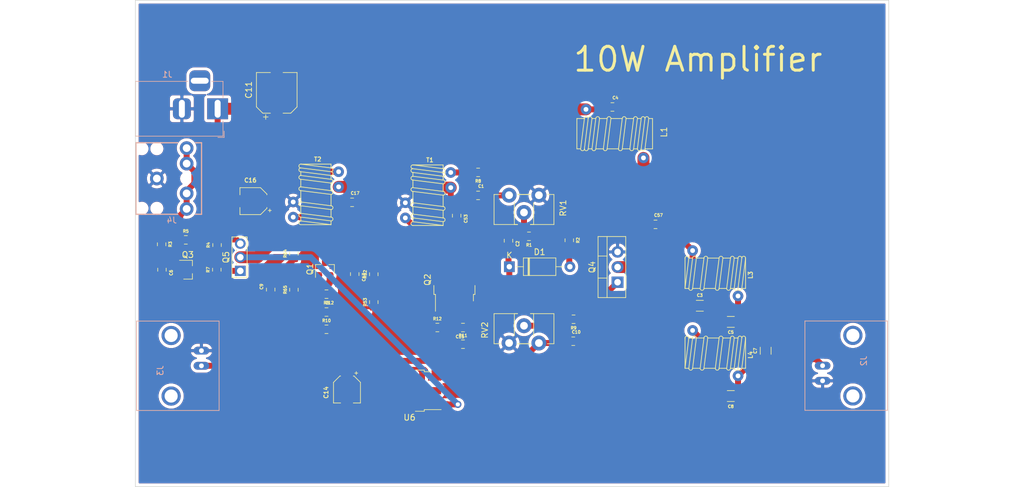
<source format=kicad_pcb>
(kicad_pcb (version 20171130) (host pcbnew "(5.1.5)-3")
  (layers (0 F.Cu signal) (31 B.Cu signal) (34 B.Paste user) (35 F.Paste user) (36 B.SilkS user) (37 F.SilkS user) (38 B.Mask user) (39 F.Mask user) (44 Edge.Cuts user))
  (net 0 "")
  (net 1 GND)
  (net 2 "Net-(C3-Pad1)")
  (net 3 "Net-(C5-Pad1)")
  (net 4 +12V)
  (net 5 "Net-(C7-Pad1)")
  (net 6 "Net-(C9-Pad2)")
  (net 7 "Net-(C9-Pad1)")
  (net 8 +5V)
  (net 9 "Net-(C57-Pad1)")
  (net 10 "Net-(C1-Pad2)")
  (net 11 "Net-(C1-Pad1)")
  (net 12 "Net-(C2-Pad2)")
  (net 13 "Net-(C2-Pad1)")
  (net 14 "Net-(D1-Pad2)")
  (net 15 "Net-(C6-Pad1)")
  (net 16 "Net-(Q3-Pad3)")
  (net 17 "Net-(Q5-Pad1)")
  (net 18 "Net-(J4-PadRING)")
  (net 19 12V-On)
  (net 20 "Net-(R9-Pad1)")
  (net 21 "Net-(C12-Pad2)")
  (net 22 "Net-(C12-Pad1)")
  (net 23 "Net-(C13-Pad2)")
  (net 24 "Net-(C13-Pad1)")
  (net 25 "Net-(C15-Pad2)")
  (net 26 "Net-(C15-Pad1)")
  (net 27 "Net-(Q1-Pad3)")
  (net 28 "Net-(Q2-Pad2)")
  (module "Xenir:Capacitor 0805" (layer F.Cu) (at 111.9625 51.16)
    (fp_text reference C17 (at 0.5 1) (layer F.SilkS) (effects (font (size 0.5 0.5) (thickness 0.125))))
    (fp_text value .1uF)
    (pad 2 smd roundrect (at 0.9375 2.54) (size 0.975 1.4) (layers F.Cu F.Paste F.Mask) (net 1 GND))
    (pad 1 smd roundrect (at -0.9375 2.54) (size 0.975 1.4) (layers F.Cu F.Paste F.Mask) (net 19 12V-On))
  )
  (module Xenir:Cap_4x5.4 (layer F.Cu) (at 95.4 54 180)
    (fp_text reference C16 (at 0.5 4) (layer F.SilkS) (effects (font (size 0.7 0.7))))
    (fp_text value 22uF)
    (pad 2 smd roundrect (at 1.8 0.5 180) (size 2.6 1.6) (layers F.Cu F.Paste F.Mask) (roundrect_rratio 0.15625) (net 1 GND))
    (pad 1 smd roundrect (at -1.8 0.5 180) (size 2.6 1.6) (layers F.Cu F.Paste F.Mask) (roundrect_rratio 0.15625) (net 19 12V-On))
  )
  (module "Xenir:Resistor 0805" (layer F.Cu) (at 91.8 65 270)
    (fp_text reference R7 (at 0 4 90) (layer F.SilkS) (effects (font (size 0.5 0.5) (thickness 0.125))))
    (fp_text value 10k)
    (pad 2 smd roundrect (at 0.9375 2.54 270) (size 0.975 1.4) (layers F.Cu F.Paste F.Mask) (net 16 "Net-(Q3-Pad3)"))
    (pad 1 smd roundrect (at -0.9375 2.54 270) (size 0.975 1.4) (layers F.Cu F.Paste F.Mask) (net 17 "Net-(Q5-Pad1)"))
  )
  (module "Xenir:T37 Transformer" (layer F.Cu) (at 105.89 45.37)
    (fp_text reference T2 (at 0.3 1.1) (layer F.SilkS) (effects (font (size 0.7 0.7))))
    (fp_text value "T37-43 25T:8T")
    (pad C1B thru_hole circle (at 3.81 5.73) (size 1.778 1.778) (drill 0.8) (layers *.Cu *.Mask) (net 19 12V-On))
    (pad C1A thru_hole circle (at -3.81 10.81) (size 1.778 1.778) (drill 0.8) (layers *.Cu *.Mask) (net 27 "Net-(Q1-Pad3)"))
    (pad C2B thru_hole circle (at 3.81 3.19) (size 1.778 1.778) (drill 0.8) (layers *.Cu *.Mask) (net 24 "Net-(C13-Pad1)"))
    (pad C2A thru_hole circle (at -3.81 8.27) (size 1.778 1.778) (drill 0.8) (layers *.Cu *.Mask) (net 1 GND))
  )
  (module "Xenir:Resistor 0805" (layer F.Cu) (at 126.2625 77.24 180)
    (fp_text reference R12 (at 0 4) (layer F.SilkS) (effects (font (size 0.5 0.5) (thickness 0.125))))
    (fp_text value 18)
    (pad 2 smd roundrect (at 0.9375 2.54 180) (size 0.975 1.4) (layers F.Cu F.Paste F.Mask) (net 1 GND))
    (pad 1 smd roundrect (at -0.9375 2.54 180) (size 0.975 1.4) (layers F.Cu F.Paste F.Mask) (net 25 "Net-(C15-Pad2)"))
  )
  (module "Xenir:Resistor 0805" (layer F.Cu) (at 130.5625 80.04 180)
    (fp_text reference R11 (at 0 4) (layer F.SilkS) (effects (font (size 0.5 0.5) (thickness 0.125))))
    (fp_text value 18)
    (pad 2 smd roundrect (at 0.9375 2.54 180) (size 0.975 1.4) (layers F.Cu F.Paste F.Mask) (net 1 GND))
    (pad 1 smd roundrect (at -0.9375 2.54 180) (size 0.975 1.4) (layers F.Cu F.Paste F.Mask) (net 26 "Net-(C15-Pad1)"))
  )
  (module "Xenir:Resistor 0805" (layer F.Cu) (at 107.6625 77.54 180)
    (fp_text reference R10 (at 0 4) (layer F.SilkS) (effects (font (size 0.5 0.5) (thickness 0.125))))
    (fp_text value 62)
    (pad 2 smd roundrect (at 0.9375 2.54 180) (size 0.975 1.4) (layers F.Cu F.Paste F.Mask) (net 1 GND))
    (pad 1 smd roundrect (at -0.9375 2.54 180) (size 0.975 1.4) (layers F.Cu F.Paste F.Mask) (net 21 "Net-(C12-Pad2)"))
  )
  (module "Xenir:Capacitor 0805" (layer F.Cu) (at 130.5625 77.24 180)
    (fp_text reference C15 (at 0.5 1) (layer F.SilkS) (effects (font (size 0.5 0.5) (thickness 0.125))))
    (fp_text value .1uF)
    (pad 2 smd roundrect (at 0.9375 2.54 180) (size 0.975 1.4) (layers F.Cu F.Paste F.Mask) (net 25 "Net-(C15-Pad2)"))
    (pad 1 smd roundrect (at -0.9375 2.54 180) (size 0.975 1.4) (layers F.Cu F.Paste F.Mask) (net 26 "Net-(C15-Pad1)"))
  )
  (module "Xenir:Capacitor 0805" (layer F.Cu) (at 114.94 65.7375 270)
    (fp_text reference C13 (at 0.5 1 90) (layer F.SilkS) (effects (font (size 0.5 0.5) (thickness 0.125))))
    (fp_text value .1uF)
    (pad 2 smd roundrect (at 0.9375 2.54 270) (size 0.975 1.4) (layers F.Cu F.Paste F.Mask) (net 23 "Net-(C13-Pad2)"))
    (pad 1 smd roundrect (at -0.9375 2.54 270) (size 0.975 1.4) (layers F.Cu F.Paste F.Mask) (net 24 "Net-(C13-Pad1)"))
  )
  (module "Xenir:Capacitor 0805" (layer F.Cu) (at 107.6625 69.56)
    (fp_text reference C12 (at 0.5 1) (layer F.SilkS) (effects (font (size 0.5 0.5) (thickness 0.125))))
    (fp_text value .1uF)
    (pad 2 smd roundrect (at 0.9375 2.54) (size 0.975 1.4) (layers F.Cu F.Paste F.Mask) (net 21 "Net-(C12-Pad2)"))
    (pad 1 smd roundrect (at -0.9375 2.54) (size 0.975 1.4) (layers F.Cu F.Paste F.Mask) (net 22 "Net-(C12-Pad1)"))
  )
  (module "Xenir:Resistor 0805" (layer F.Cu) (at 149.114 70.776)
    (fp_text reference R9 (at 0 4) (layer F.SilkS) (effects (font (size 0.5 0.5) (thickness 0.125))))
    (fp_text value 2.7k)
    (pad 2 smd roundrect (at 0.9375 2.54) (size 0.975 1.4) (layers F.Cu F.Paste F.Mask) (net 12 "Net-(C2-Pad2)"))
    (pad 1 smd roundrect (at -0.9375 2.54) (size 0.975 1.4) (layers F.Cu F.Paste F.Mask) (net 20 "Net-(R9-Pad1)"))
  )
  (module "Xenir:Resistor 0805" (layer F.Cu) (at 133.106 46.137)
    (fp_text reference R8 (at 0 4) (layer F.SilkS) (effects (font (size 0.5 0.5) (thickness 0.125))))
    (fp_text value 1k)
    (pad 2 smd roundrect (at 0.9375 2.54) (size 0.975 1.4) (layers F.Cu F.Paste F.Mask) (net 1 GND))
    (pad 1 smd roundrect (at -0.9375 2.54) (size 0.975 1.4) (layers F.Cu F.Paste F.Mask) (net 11 "Net-(C1-Pad1)"))
  )
  (module "Xenir:Capacitor 0805" (layer F.Cu) (at 149.0655 74.459)
    (fp_text reference C10 (at 0.5 1) (layer F.SilkS) (effects (font (size 0.5 0.5) (thickness 0.125))))
    (fp_text value .1uF)
    (pad 2 smd roundrect (at 0.9375 2.54) (size 0.975 1.4) (layers F.Cu F.Paste F.Mask) (net 1 GND))
    (pad 1 smd roundrect (at -0.9375 2.54) (size 0.975 1.4) (layers F.Cu F.Paste F.Mask) (net 8 +5V))
  )
  (module Xenir:Audio_Jack (layer B.Cu) (at 81.2 58.2)
    (fp_text reference J4 (at 0.5 -1.5) (layer B.SilkS) (effects (justify mirror)))
    (fp_text value Audio_Jack)
    (pad "" np_thru_hole circle (at -4.5 -3.5) (size 1.2 1.2) (drill 1.2) (layers *.Cu *.Mask))
    (pad "" np_thru_hole circle (at -2 -3.5) (size 1.2 1.2) (drill 1.2) (layers *.Cu *.Mask))
    (pad RING thru_hole circle (at 3 -3.4) (size 2.3 2.3) (drill 1.3) (layers *.Cu *.Mask) (net 18 "Net-(J4-PadRING)"))
    (pad "" np_thru_hole circle (at 3 -8.5) (size 1.2 1.2) (drill 1.2) (layers *.Cu *.Mask))
    (pad SLEEVE thru_hole circle (at -2 -8.5) (size 2.3 2.3) (drill 1.3) (layers *.Cu *.Mask) (net 1 GND))
    (pad "" np_thru_hole circle (at -2 -13.5) (size 1.2 1.2) (drill 1.2) (layers *.Cu *.Mask))
    (pad TIP thru_hole circle (at 3 -13.6) (size 2.3 2.3) (drill 1.3) (layers *.Cu *.Mask) (net 18 "Net-(J4-PadRING)"))
    (pad TSH thru_hole circle (at 3 -11) (size 2.3 2.3) (drill 1.3) (layers *.Cu *.Mask) (net 18 "Net-(J4-PadRING)"))
    (pad "" np_thru_hole circle (at -4.5 -13.5) (size 1.2 1.2) (drill 1.2) (layers *.Cu *.Mask))
    (pad RSH thru_hole circle (at 3 -6) (size 2.3 2.3) (drill 1.3) (layers *.Cu *.Mask) (net 18 "Net-(J4-PadRING)"))
  )
  (module "Xenir:Resistor 0805" (layer F.Cu) (at 84.0625 62.54 180)
    (fp_text reference R5 (at 0 4) (layer F.SilkS) (effects (font (size 0.5 0.5) (thickness 0.125))))
    (fp_text value 1.5k)
    (pad 2 smd roundrect (at 0.9375 2.54 180) (size 0.975 1.4) (layers F.Cu F.Paste F.Mask) (net 18 "Net-(J4-PadRING)"))
    (pad 1 smd roundrect (at -0.9375 2.54 180) (size 0.975 1.4) (layers F.Cu F.Paste F.Mask) (net 15 "Net-(C6-Pad1)"))
  )
  (module "Xenir:Resistor 0805" (layer F.Cu) (at 91.84 60.8625 270)
    (fp_text reference R4 (at 0 4 90) (layer F.SilkS) (effects (font (size 0.5 0.5) (thickness 0.125))))
    (fp_text value 10k)
    (pad 2 smd roundrect (at 0.9375 2.54 270) (size 0.975 1.4) (layers F.Cu F.Paste F.Mask) (net 17 "Net-(Q5-Pad1)"))
    (pad 1 smd roundrect (at -0.9375 2.54 270) (size 0.975 1.4) (layers F.Cu F.Paste F.Mask) (net 4 +12V))
  )
  (module "Xenir:Resistor 0805" (layer F.Cu) (at 77.46 60.7375 90)
    (fp_text reference R3 (at 0 4 90) (layer F.SilkS) (effects (font (size 0.5 0.5) (thickness 0.125))))
    (fp_text value 10k)
    (pad 2 smd roundrect (at 0.9375 2.54 90) (size 0.975 1.4) (layers F.Cu F.Paste F.Mask) (net 18 "Net-(J4-PadRING)"))
    (pad 1 smd roundrect (at -0.9375 2.54 90) (size 0.975 1.4) (layers F.Cu F.Paste F.Mask) (net 1 GND))
  )
  (module Package_TO_SOT_THT:TO-251-3_Vertical (layer F.Cu) (at 93.2 65.2 90)
    (fp_text reference Q5 (at 2.29 -2.39 90) (layer F.SilkS))
    (fp_text value IRFU9024)
    (pad 3 thru_hole oval (at 4.58 0 90) (size 1.7175 1.8) (drill 1.1) (layers *.Cu *.Mask) (net 4 +12V))
    (pad 2 thru_hole oval (at 2.29 0 90) (size 1.7175 1.8) (drill 1.1) (layers *.Cu *.Mask) (net 19 12V-On))
    (pad 1 thru_hole rect (at 0 0 90) (size 1.7175 1.8) (drill 1.1) (layers *.Cu *.Mask) (net 17 "Net-(Q5-Pad1)"))
  )
  (module Package_TO_SOT_SMD:SOT-23 (layer F.Cu) (at 84.4 65)
    (fp_text reference Q3 (at 0 -2.5) (layer F.SilkS))
    (fp_text value BS170F)
    (pad 3 smd rect (at 1 0) (size 0.9 0.8) (layers F.Cu F.Paste F.Mask) (net 16 "Net-(Q3-Pad3)"))
    (pad 2 smd rect (at -1 0.95) (size 0.9 0.8) (layers F.Cu F.Paste F.Mask) (net 1 GND))
    (pad 1 smd rect (at -1 -0.95) (size 0.9 0.8) (layers F.Cu F.Paste F.Mask) (net 15 "Net-(C6-Pad1)"))
  )
  (module "Xenir:Capacitor 0805" (layer F.Cu) (at 82.6 65 270)
    (fp_text reference C6 (at 0.5 1 90) (layer F.SilkS) (effects (font (size 0.5 0.5) (thickness 0.125))))
    (fp_text value .1uF)
    (pad 2 smd roundrect (at 0.9375 2.54 270) (size 0.975 1.4) (layers F.Cu F.Paste F.Mask) (net 1 GND))
    (pad 1 smd roundrect (at -0.9375 2.54 270) (size 0.975 1.4) (layers F.Cu F.Paste F.Mask) (net 15 "Net-(C6-Pad1)"))
  )
  (module Package_TO_SOT_SMD:TO-252-3_TabPin2 (layer F.Cu) (at 121.6 85.3 180)
    (fp_text reference U6 (at 0 -4.5) (layer F.SilkS))
    (fp_text value MCP1703A-2502_SOT223)
    (pad 2 smd rect (at 2.1 0 180) (size 6.4 5.8) (layers F.Cu F.Mask) (net 1 GND))
    (pad 3 smd rect (at -4.2 2.28 180) (size 2.2 1.2) (layers F.Cu F.Paste F.Mask) (net 8 +5V))
    (pad 2 smd rect (at -4.2 0 180) (size 2.2 1.2) (layers F.Cu F.Paste F.Mask) (net 1 GND))
    (pad 1 smd rect (at -4.2 -2.28 180) (size 2.2 1.2) (layers F.Cu F.Paste F.Mask) (net 19 12V-On))
  )
  (module "Xenir:T37 Transformer" (layer F.Cu) (at 124.7 45.5)
    (fp_text reference T1 (at 0.3 1.1) (layer F.SilkS) (effects (font (size 0.7 0.7))))
    (fp_text value "T37-43 8T:4T")
    (pad C1B thru_hole circle (at 3.81 5.73) (size 1.778 1.778) (drill 0.8) (layers *.Cu *.Mask) (net 19 12V-On))
    (pad C1A thru_hole circle (at -3.81 10.81) (size 1.778 1.778) (drill 0.8) (layers *.Cu *.Mask) (net 28 "Net-(Q2-Pad2)"))
    (pad C2B thru_hole circle (at 3.81 3.19) (size 1.778 1.778) (drill 0.8) (layers *.Cu *.Mask) (net 11 "Net-(C1-Pad1)"))
    (pad C2A thru_hole circle (at -3.81 8.27) (size 1.778 1.778) (drill 0.8) (layers *.Cu *.Mask) (net 1 GND))
  )
  (module "Xenir:Trimpot Vertical" (layer F.Cu) (at 135.506 75.903 90)
    (fp_text reference RV2 (at 0.762 -1.27 90) (layer F.SilkS))
    (fp_text value R_POT)
    (pad 1 thru_hole circle (at -1.397 2.794 90) (size 2.5 2.5) (drill 1.3) (layers *.Cu *.Mask) (net 1 GND))
    (pad 3 thru_hole circle (at -1.397 7.794 90) (size 2.5 2.5) (drill 1.3) (layers *.Cu *.Mask) (net 8 +5V))
    (pad 2 thru_hole circle (at 1.503 5.294 90) (size 2.5 2.5) (drill 1.3) (layers *.Cu *.Mask) (net 20 "Net-(R9-Pad1)"))
  )
  (module "Xenir:Trimpot Vertical" (layer F.Cu) (at 146.094 53.897 270)
    (fp_text reference RV1 (at 0.762 -1.27 90) (layer F.SilkS))
    (fp_text value R_POT)
    (pad 1 thru_hole circle (at -1.397 2.794 270) (size 2.5 2.5) (drill 1.3) (layers *.Cu *.Mask) (net 1 GND))
    (pad 3 thru_hole circle (at -1.397 7.794 270) (size 2.5 2.5) (drill 1.3) (layers *.Cu *.Mask) (net 10 "Net-(C1-Pad2)"))
    (pad 2 thru_hole circle (at 1.503 5.294 270) (size 2.5 2.5) (drill 1.3) (layers *.Cu *.Mask) (net 13 "Net-(C2-Pad1)"))
  )
  (module "Xenir:Resistor 0805" (layer F.Cu) (at 145.86 60.0625 90)
    (fp_text reference R2 (at 0 4 90) (layer F.SilkS) (effects (font (size 0.5 0.5) (thickness 0.125))))
    (fp_text value 10)
    (pad 2 smd roundrect (at 0.9375 2.54 90) (size 0.975 1.4) (layers F.Cu F.Paste F.Mask) (net 1 GND))
    (pad 1 smd roundrect (at -0.9375 2.54 90) (size 0.975 1.4) (layers F.Cu F.Paste F.Mask) (net 14 "Net-(D1-Pad2)"))
  )
  (module "Xenir:Resistor 0805" (layer F.Cu) (at 141.6375 56.86)
    (fp_text reference R1 (at 0 4) (layer F.SilkS) (effects (font (size 0.5 0.5) (thickness 0.125))))
    (fp_text value 33)
    (pad 2 smd roundrect (at 0.9375 2.54) (size 0.975 1.4) (layers F.Cu F.Paste F.Mask) (net 1 GND))
    (pad 1 smd roundrect (at -0.9375 2.54) (size 0.975 1.4) (layers F.Cu F.Paste F.Mask) (net 13 "Net-(C2-Pad1)"))
  )
  (module Xenir:T50_Inductor (layer F.Cu) (at 164.789 41.91 270)
    (fp_text reference L1 (at 0 0.5 90) (layer F.SilkS))
    (fp_text value "T50-43 10T")
    (pad 1 thru_hole circle (at -3.81 13.589 270) (size 1.778 1.778) (drill 0.8) (layers *.Cu *.Mask) (net 4 +12V))
    (pad 2 thru_hole circle (at 4.334 3.944 270) (size 1.778 1.778) (drill 0.8) (layers *.Cu *.Mask) (net 9 "Net-(C57-Pad1)"))
  )
  (module Diode_THT:D_A-405_P10.16mm_Horizontal (layer F.Cu) (at 138.34 64.5)
    (fp_text reference D1 (at 5.08 -2.47) (layer F.SilkS))
    (fp_text value D_Zener)
    (fp_text user K (at 0 -1.9) (layer F.SilkS))
    (pad 2 thru_hole oval (at 10.16 0) (size 1.8 1.8) (drill 0.9) (layers *.Cu *.Mask) (net 14 "Net-(D1-Pad2)"))
    (pad 1 thru_hole rect (at 0 0) (size 1.8 1.8) (drill 0.9) (layers *.Cu *.Mask) (net 12 "Net-(C2-Pad2)"))
  )
  (module "Xenir:Capacitor 0805" (layer F.Cu) (at 155.6375 35.16)
    (fp_text reference C4 (at 0.5 1) (layer F.SilkS) (effects (font (size 0.5 0.5) (thickness 0.125))))
    (fp_text value .1uF)
    (pad 2 smd roundrect (at 0.9375 2.54) (size 0.975 1.4) (layers F.Cu F.Paste F.Mask) (net 1 GND))
    (pad 1 smd roundrect (at -0.9375 2.54) (size 0.975 1.4) (layers F.Cu F.Paste F.Mask) (net 4 +12V))
  )
  (module "Xenir:Capacitor 0805" (layer F.Cu) (at 140.74 60.1375 270)
    (fp_text reference C2 (at 0.5 1 90) (layer F.SilkS) (effects (font (size 0.5 0.5) (thickness 0.125))))
    (fp_text value .1uF)
    (pad 2 smd roundrect (at 0.9375 2.54 270) (size 0.975 1.4) (layers F.Cu F.Paste F.Mask) (net 12 "Net-(C2-Pad2)"))
    (pad 1 smd roundrect (at -0.9375 2.54 270) (size 0.975 1.4) (layers F.Cu F.Paste F.Mask) (net 13 "Net-(C2-Pad1)"))
  )
  (module "Xenir:Capacitor 0805" (layer F.Cu) (at 133.1 50)
    (fp_text reference C1 (at 0.5 1) (layer F.SilkS) (effects (font (size 0.5 0.5) (thickness 0.125))))
    (fp_text value .1uF)
    (pad 2 smd roundrect (at 0.9375 2.54) (size 0.975 1.4) (layers F.Cu F.Paste F.Mask) (net 10 "Net-(C1-Pad2)"))
    (pad 1 smd roundrect (at -0.9375 2.54) (size 0.975 1.4) (layers F.Cu F.Paste F.Mask) (net 11 "Net-(C1-Pad1)"))
  )
  (module "Xenir:Resistor 0805" (layer F.Cu) (at 104.74 68.3625 270)
    (fp_text reference R65 (at 0 4 90) (layer F.SilkS) (effects (font (size 0.5 0.5) (thickness 0.125))))
    (fp_text value 1k)
    (pad 2 smd roundrect (at 0.9375 2.54 270) (size 0.975 1.4) (layers F.Cu F.Paste F.Mask) (net 1 GND))
    (pad 1 smd roundrect (at -0.9375 2.54 270) (size 0.975 1.4) (layers F.Cu F.Paste F.Mask) (net 6 "Net-(C9-Pad2)"))
  )
  (module "Xenir:Resistor 0805" (layer F.Cu) (at 104.74 62.3 270)
    (fp_text reference R64 (at 0 4 90) (layer F.SilkS) (effects (font (size 0.5 0.5) (thickness 0.125))))
    (fp_text value 4.7k)
    (pad 2 smd roundrect (at 0.9375 2.54 270) (size 0.975 1.4) (layers F.Cu F.Paste F.Mask) (net 6 "Net-(C9-Pad2)"))
    (pad 1 smd roundrect (at -0.9375 2.54 270) (size 0.975 1.4) (layers F.Cu F.Paste F.Mask) (net 19 12V-On))
  )
  (module "Xenir:Resistor 0805" (layer F.Cu) (at 118.14 70.4375 270)
    (fp_text reference R53 (at 0 4 90) (layer F.SilkS) (effects (font (size 0.5 0.5) (thickness 0.125))))
    (fp_text value 6.8k)
    (pad 2 smd roundrect (at 0.9375 2.54 270) (size 0.975 1.4) (layers F.Cu F.Paste F.Mask) (net 1 GND))
    (pad 1 smd roundrect (at -0.9375 2.54 270) (size 0.975 1.4) (layers F.Cu F.Paste F.Mask) (net 23 "Net-(C13-Pad2)"))
  )
  (module "Xenir:Resistor 0805" (layer F.Cu) (at 118.14 65.7625 270)
    (fp_text reference R52 (at 0 4 90) (layer F.SilkS) (effects (font (size 0.5 0.5) (thickness 0.125))))
    (fp_text value 24k)
    (pad 2 smd roundrect (at 0.9375 2.54 270) (size 0.975 1.4) (layers F.Cu F.Paste F.Mask) (net 23 "Net-(C13-Pad2)"))
    (pad 1 smd roundrect (at -0.9375 2.54 270) (size 0.975 1.4) (layers F.Cu F.Paste F.Mask) (net 19 12V-On))
  )
  (module "Xenir:Resistor 0805" (layer F.Cu) (at 107.6625 66.56)
    (fp_text reference R6 (at 0 4) (layer F.SilkS) (effects (font (size 0.5 0.5) (thickness 0.125))))
    (fp_text value 62)
    (pad 2 smd roundrect (at 0.9375 2.54) (size 0.975 1.4) (layers F.Cu F.Paste F.Mask) (net 1 GND))
    (pad 1 smd roundrect (at -0.9375 2.54) (size 0.975 1.4) (layers F.Cu F.Paste F.Mask) (net 22 "Net-(C12-Pad1)"))
  )
  (module Package_TO_SOT_THT:TO-220-3_Vertical (layer F.Cu) (at 156.5 67.1 90)
    (fp_text reference Q4 (at 2.54 -4.27 90) (layer F.SilkS))
    (fp_text value IRF510)
    (pad 3 thru_hole oval (at 5.08 0 90) (size 1.905 2) (drill 1.1) (layers *.Cu *.Mask) (net 1 GND))
    (pad 2 thru_hole oval (at 2.54 0 90) (size 1.905 2) (drill 1.1) (layers *.Cu *.Mask) (net 9 "Net-(C57-Pad1)"))
    (pad 1 thru_hole rect (at 0 0 90) (size 1.905 2) (drill 1.1) (layers *.Cu *.Mask) (net 12 "Net-(C2-Pad2)"))
  )
  (module Package_TO_SOT_SMD:TO-252-2 (layer F.Cu) (at 129.125 66.675 90)
    (fp_text reference Q2 (at 0 -4.5 90) (layer F.SilkS))
    (fp_text value 2SC5706)
    (pad 2 smd rect (at 2.1 0 90) (size 6.4 5.8) (layers F.Cu F.Mask) (net 28 "Net-(Q2-Pad2)"))
    (pad 3 smd rect (at -4.2 2.28 90) (size 2.2 1.2) (layers F.Cu F.Paste F.Mask) (net 26 "Net-(C15-Pad1)"))
    (pad 1 smd rect (at -4.2 -2.28 90) (size 2.2 1.2) (layers F.Cu F.Paste F.Mask) (net 23 "Net-(C13-Pad2)"))
  )
  (module Package_TO_SOT_SMD:SOT-23 (layer F.Cu) (at 107.4 64.9 90)
    (fp_text reference Q1 (at 0 -2.5 90) (layer F.SilkS))
    (fp_text value 2N3904-SMD)
    (pad 3 smd rect (at 1 0 90) (size 0.9 0.8) (layers F.Cu F.Paste F.Mask) (net 27 "Net-(Q1-Pad3)"))
    (pad 2 smd rect (at -1 0.95 90) (size 0.9 0.8) (layers F.Cu F.Paste F.Mask) (net 22 "Net-(C12-Pad1)"))
    (pad 1 smd rect (at -1 -0.95 90) (size 0.9 0.8) (layers F.Cu F.Paste F.Mask) (net 6 "Net-(C9-Pad2)"))
  )
  (module Xenir:T37_Inductor (layer F.Cu) (at 179.9 79 270)
    (fp_text reference L4 (at 0.3 1.1 90) (layer F.SilkS) (effects (font (size 0.7 0.7))))
    (fp_text value "18T T37-6")
    (pad 1 thru_hole circle (at -3.81 10.81 270) (size 1.778 1.778) (drill 0.8) (layers *.Cu *.Mask) (net 3 "Net-(C5-Pad1)"))
    (pad 2 thru_hole circle (at 3.81 3.19 270) (size 1.778 1.778) (drill 0.8) (layers *.Cu *.Mask) (net 5 "Net-(C7-Pad1)"))
  )
  (module Xenir:T37_Inductor (layer F.Cu) (at 179.9 65.6 270)
    (fp_text reference L3 (at 0.3 1.1 90) (layer F.SilkS) (effects (font (size 0.7 0.7))))
    (fp_text value "14T T37-6")
    (pad 1 thru_hole circle (at -3.81 10.81 270) (size 1.778 1.778) (drill 0.8) (layers *.Cu *.Mask) (net 2 "Net-(C3-Pad1)"))
    (pad 2 thru_hole circle (at 3.81 3.19 270) (size 1.778 1.778) (drill 0.8) (layers *.Cu *.Mask) (net 3 "Net-(C5-Pad1)"))
  )
  (module Xenir:BNC (layer B.Cu) (at 82.78 81.22 270)
    (fp_text reference J3 (at 0.7 3 270) (layer B.SilkS) (effects (justify mirror)))
    (fp_text value BNC)
    (pad S thru_hole oval (at -0.1 -3.9 180) (size 2.616 1.308) (drill 0.8) (layers *.Cu *.Mask) (net 7 "Net-(C9-Pad1)"))
    (pad GND thru_hole oval (at -2.64 -3.9 180) (size 2.616 1.308) (drill 0.8) (layers *.Cu *.Mask) (net 1 GND))
    (pad 3 thru_hole circle (at -5.18 1.18 270) (size 3.216 3.216) (drill 2.2) (layers *.Cu *.Mask))
    (pad 4 thru_hole circle (at 4.98 1.18 270) (size 3.216 3.216) (drill 2.2) (layers *.Cu *.Mask))
  )
  (module Xenir:BNC (layer B.Cu) (at 194.8 81 90)
    (fp_text reference J2 (at 0.7 3 -90) (layer B.SilkS) (effects (justify mirror)))
    (fp_text value BNC)
    (pad S thru_hole oval (at -0.1 -3.9) (size 2.616 1.308) (drill 0.8) (layers *.Cu *.Mask) (net 5 "Net-(C7-Pad1)"))
    (pad GND thru_hole oval (at -2.64 -3.9) (size 2.616 1.308) (drill 0.8) (layers *.Cu *.Mask) (net 1 GND))
    (pad 3 thru_hole circle (at -5.18 1.18 90) (size 3.216 3.216) (drill 2.2) (layers *.Cu *.Mask))
    (pad 4 thru_hole circle (at 4.98 1.18 90) (size 3.216 3.216) (drill 2.2) (layers *.Cu *.Mask))
  )
  (module Connector_BarrelJack:BarrelJack_Horizontal (layer B.Cu) (at 89.4 38)
    (fp_text reference J1 (at -8.45 -5.75) (layer B.SilkS) (effects (justify mirror)))
    (fp_text value Jack-DC)
    (pad 3 thru_hole roundrect (at -3 -4.7) (size 3.5 3.5) (drill oval 3 1) (layers *.Cu *.Mask))
    (pad 2 thru_hole roundrect (at -6 0) (size 3 3.5) (drill oval 1 3) (layers *.Cu *.Mask) (net 1 GND))
    (pad 1 thru_hole rect (at 0 0) (size 3.5 3.5) (drill oval 1 3) (layers *.Cu *.Mask) (net 4 +12V))
  )
  (module "Xenir:Capacitor 0805" (layer F.Cu) (at 162.8625 54.86)
    (fp_text reference C57 (at 0.5 1) (layer F.SilkS) (effects (font (size 0.5 0.5) (thickness 0.125))))
    (fp_text value .1uF)
    (pad 2 smd roundrect (at 0.9375 2.54) (size 0.975 1.4) (layers F.Cu F.Paste F.Mask) (net 2 "Net-(C3-Pad1)"))
    (pad 1 smd roundrect (at -0.9375 2.54) (size 0.975 1.4) (layers F.Cu F.Paste F.Mask) (net 9 "Net-(C57-Pad1)"))
  )
  (module "Xenir:Capacitor 0805" (layer F.Cu) (at 132.04 55.9375 270)
    (fp_text reference C53 (at 0.5 1 90) (layer F.SilkS) (effects (font (size 0.5 0.5) (thickness 0.125))))
    (fp_text value .1uF)
    (pad 2 smd roundrect (at 0.9375 2.54 270) (size 0.975 1.4) (layers F.Cu F.Paste F.Mask) (net 1 GND))
    (pad 1 smd roundrect (at -0.9375 2.54 270) (size 0.975 1.4) (layers F.Cu F.Paste F.Mask) (net 19 12V-On))
  )
  (module Xenir:Cap_4x5.4 (layer F.Cu) (at 111.6 85.1 270)
    (fp_text reference C14 (at 0.5 4 90) (layer F.SilkS) (effects (font (size 0.7 0.7))))
    (fp_text value 22uF)
    (pad 2 smd roundrect (at 1.8 0.5 270) (size 2.6 1.6) (layers F.Cu F.Paste F.Mask) (roundrect_rratio 0.15625) (net 1 GND))
    (pad 1 smd roundrect (at -1.8 0.5 270) (size 2.6 1.6) (layers F.Cu F.Paste F.Mask) (roundrect_rratio 0.15625) (net 8 +5V))
  )
  (module Xenir:Cap_6.3x5.4 (layer F.Cu) (at 93.218 35.433 90)
    (fp_text reference C11 (at 0.6 1.4 90) (layer F.SilkS))
    (fp_text value 100uF)
    (pad 2 smd roundrect (at 2.9 6.1 90) (size 3.5 1.6) (layers F.Cu F.Paste F.Mask) (roundrect_rratio 0.15625) (net 1 GND))
    (pad 1 smd roundrect (at -2.7 6.1 90) (size 3.5 1.6) (layers F.Cu F.Paste F.Mask) (roundrect_rratio 0.15625) (net 4 +12V))
  )
  (module "Xenir:Capacitor 0805" (layer F.Cu) (at 95.76 68.3375 90)
    (fp_text reference C9 (at 0.5 1 90) (layer F.SilkS) (effects (font (size 0.5 0.5) (thickness 0.125))))
    (fp_text value .1uF)
    (pad 2 smd roundrect (at 0.9375 2.54 90) (size 0.975 1.4) (layers F.Cu F.Paste F.Mask) (net 6 "Net-(C9-Pad2)"))
    (pad 1 smd roundrect (at -0.9375 2.54 90) (size 0.975 1.4) (layers F.Cu F.Paste F.Mask) (net 7 "Net-(C9-Pad1)"))
  )
  (module "Xenir:Capacitor 1206" (layer F.Cu) (at 175.5 88.45 180)
    (fp_text reference C8 (at 0 0.5) (layer F.SilkS) (effects (font (size 0.5 0.5) (thickness 0.125))))
    (fp_text value 150p)
    (pad 2 smd roundrect (at 1.4 2.25 180) (size 1.25 1.75) (layers F.Cu F.Paste F.Mask) (roundrect_rratio 0.2) (net 1 GND))
    (pad 1 smd roundrect (at -1.4 2.25 180) (size 1.25 1.75) (layers F.Cu F.Paste F.Mask) (roundrect_rratio 0.2) (net 5 "Net-(C7-Pad1)"))
  )
  (module "Xenir:Capacitor 1206" (layer F.Cu) (at 179.1 78.6 90)
    (fp_text reference C7 (at 0 0.5 90) (layer F.SilkS) (effects (font (size 0.5 0.5) (thickness 0.125))))
    (fp_text value 33p)
    (pad 2 smd roundrect (at 1.4 2.25 90) (size 1.25 1.75) (layers F.Cu F.Paste F.Mask) (roundrect_rratio 0.2) (net 3 "Net-(C5-Pad1)"))
    (pad 1 smd roundrect (at -1.4 2.25 90) (size 1.25 1.75) (layers F.Cu F.Paste F.Mask) (roundrect_rratio 0.2) (net 5 "Net-(C7-Pad1)"))
  )
  (module "Xenir:Capacitor 1206" (layer F.Cu) (at 175.5 76 180)
    (fp_text reference C5 (at 0 0.5) (layer F.SilkS) (effects (font (size 0.5 0.5) (thickness 0.125))))
    (fp_text value 330p)
    (pad 2 smd roundrect (at 1.4 2.25 180) (size 1.25 1.75) (layers F.Cu F.Paste F.Mask) (roundrect_rratio 0.2) (net 1 GND))
    (pad 1 smd roundrect (at -1.4 2.25 180) (size 1.25 1.75) (layers F.Cu F.Paste F.Mask) (roundrect_rratio 0.2) (net 3 "Net-(C5-Pad1)"))
  )
  (module "Xenir:Capacitor 1206" (layer F.Cu) (at 170.3 68.8)
    (fp_text reference C3 (at 0 0.5) (layer F.SilkS) (effects (font (size 0.5 0.5) (thickness 0.125))))
    (fp_text value 150p)
    (pad 2 smd roundrect (at 1.4 2.25) (size 1.25 1.75) (layers F.Cu F.Paste F.Mask) (roundrect_rratio 0.2) (net 1 GND))
    (pad 1 smd roundrect (at -1.4 2.25) (size 1.25 1.75) (layers F.Cu F.Paste F.Mask) (roundrect_rratio 0.2) (net 2 "Net-(C3-Pad1)"))
  )
  (gr_text "10W Amplifier" (at 170 29.7) (layer F.SilkS) (effects (font (size 4 4) (thickness 0.5))))
  (gr_line (start 202 19.8) (end 202 101.4) (layer Edge.Cuts) (width 0.1))
  (gr_line (start 75.6 19.8) (end 202 19.8) (layer Edge.Cuts) (width 0.1))
  (gr_line (start 75.6 101.4) (end 75.6 19.8) (layer Edge.Cuts) (width 0.1))
  (gr_line (start 202 101.4) (end 75.6 101.4) (layer Edge.Cuts) (width 0.1))
  (segment (start 119.5 85.3) (end 125.8 85.3) (width 1) (layer F.Cu) (net 1))
  (segment (start 169.09 70.86) (end 168.9 71.05) (width 1) (layer F.Cu) (net 2))
  (segment (start 169.09 61.79) (end 169.09 70.86) (width 1) (layer F.Cu) (net 2))
  (segment (start 169.08 61.8) (end 169.09 61.79) (width 1) (layer F.Cu) (net 2))
  (segment (start 164.7 57.4) (end 169.09 61.79) (width 1) (layer F.Cu) (net 2))
  (segment (start 163.8 57.4) (end 164.7 57.4) (width 1) (layer F.Cu) (net 2))
  (segment (start 176.71 73.56) (end 176.9 73.75) (width 1) (layer F.Cu) (net 3))
  (segment (start 176.71 69.41) (end 176.71 73.56) (width 1) (layer F.Cu) (net 3))
  (segment (start 177.9 73.75) (end 181.35 77.2) (width 1) (layer F.Cu) (net 3))
  (segment (start 176.9 73.75) (end 177.9 73.75) (width 1) (layer F.Cu) (net 3))
  (segment (start 176.9 74.625) (end 174.3 77.225) (width 1) (layer F.Cu) (net 3))
  (segment (start 176.9 73.75) (end 176.9 74.625) (width 1) (layer F.Cu) (net 3))
  (segment (start 171.125 77.225) (end 169.09 75.19) (width 1) (layer F.Cu) (net 3))
  (segment (start 174.3 77.225) (end 171.125 77.225) (width 1) (layer F.Cu) (net 3))
  (segment (start 154 38.1) (end 154.4 37.7) (width 1) (layer F.Cu) (net 4))
  (segment (start 151.2 38.1) (end 154 38.1) (width 1) (layer F.Cu) (net 4))
  (segment (start 99.185 38) (end 99.318 38.133) (width 2) (layer F.Cu) (net 4))
  (segment (start 89.4 38) (end 99.185 38) (width 2) (layer F.Cu) (net 4))
  (segment (start 92.505 59.925) (end 93.2 60.62) (width 1) (layer F.Cu) (net 4))
  (segment (start 89.3 59.925) (end 92.505 59.925) (width 1) (layer F.Cu) (net 4))
  (segment (start 89.4 59.825) (end 89.3 59.925) (width 1) (layer F.Cu) (net 4))
  (segment (start 89.4 38) (end 89.4 59.825) (width 1) (layer F.Cu) (net 4))
  (segment (start 100.118 38.133) (end 100.151 38.1) (width 2) (layer F.Cu) (net 4))
  (segment (start 99.318 38.133) (end 100.118 38.133) (width 2) (layer F.Cu) (net 4))
  (segment (start 100.151 38.1) (end 144.5 38.1) (width 2) (layer F.Cu) (net 4))
  (segment (start 144.5 38.1) (end 151.2 38.1) (width 2) (layer F.Cu) (net 4))
  (segment (start 179.52 80) (end 176.71 82.81) (width 1) (layer F.Cu) (net 5))
  (segment (start 181.35 80) (end 179.52 80) (width 1) (layer F.Cu) (net 5))
  (segment (start 176.71 86.01) (end 176.9 86.2) (width 1) (layer F.Cu) (net 5))
  (segment (start 176.71 82.81) (end 176.71 86.01) (width 1) (layer F.Cu) (net 5))
  (segment (start 189.8 80) (end 190.9 81.1) (width 1) (layer F.Cu) (net 5))
  (segment (start 181.35 80) (end 189.8 80) (width 1) (layer F.Cu) (net 5))
  (segment (start 100.1975 65.24) (end 102.2 63.2375) (width 1) (layer F.Cu) (net 6))
  (segment (start 100.1975 65.4225) (end 102.2 67.425) (width 1) (layer F.Cu) (net 6))
  (segment (start 100.1975 65.24) (end 100.1975 65.4225) (width 1) (layer F.Cu) (net 6))
  (segment (start 103.675 67.425) (end 102.2 67.425) (width 1) (layer F.Cu) (net 6))
  (segment (start 104.4 66.55) (end 104.4 66.7) (width 1) (layer F.Cu) (net 6))
  (segment (start 106.45 65.9) (end 105.05 65.9) (width 1) (layer F.Cu) (net 6))
  (segment (start 104.4 66.7) (end 103.675 67.425) (width 1) (layer F.Cu) (net 6))
  (segment (start 105.05 65.9) (end 104.4 66.55) (width 1) (layer F.Cu) (net 6))
  (segment (start 98.3 66.9125) (end 99.9725 65.24) (width 1) (layer F.Cu) (net 6))
  (segment (start 99.9725 65.24) (end 100.1975 65.24) (width 1) (layer F.Cu) (net 6))
  (segment (start 98.3 67.4) (end 98.3 66.9125) (width 1) (layer F.Cu) (net 6))
  (segment (start 98.3 71.808) (end 98.3 69.7625) (width 1) (layer F.Cu) (net 7))
  (segment (start 98.3 69.7625) (end 98.3 69.275) (width 1) (layer F.Cu) (net 7))
  (segment (start 88.988 81.12) (end 98.3 71.808) (width 1) (layer F.Cu) (net 7))
  (segment (start 86.68 81.12) (end 88.988 81.12) (width 1) (layer F.Cu) (net 7))
  (segment (start 147.827 77.3) (end 148.128 76.999) (width 1) (layer F.Cu) (net 8))
  (segment (start 143.3 77.3) (end 147.827 77.3) (width 1) (layer F.Cu) (net 8))
  (segment (start 111.1 83.3) (end 114.1 80.3) (width 1) (layer F.Cu) (net 8))
  (segment (start 125.8 81.42) (end 125.8 83.02) (width 1) (layer F.Cu) (net 8))
  (segment (start 124.68 80.3) (end 125.8 81.42) (width 1) (layer F.Cu) (net 8))
  (segment (start 114.1 80.3) (end 124.68 80.3) (width 1) (layer F.Cu) (net 8))
  (segment (start 137.58 83.02) (end 143.3 77.3) (width 1) (layer F.Cu) (net 8))
  (segment (start 125.8 83.02) (end 137.58 83.02) (width 1) (layer F.Cu) (net 8))
  (segment (start 159.84 64.56) (end 156.5 64.56) (width 2) (layer F.Cu) (net 9))
  (segment (start 161.145 63.255) (end 159.84 64.56) (width 2) (layer F.Cu) (net 9))
  (segment (start 160.845 47.501235) (end 161.145 47.801235) (width 2) (layer F.Cu) (net 9))
  (segment (start 161.145 47.801235) (end 161.145 63.255) (width 2) (layer F.Cu) (net 9))
  (segment (start 160.845 46.244) (end 160.845 47.501235) (width 2) (layer F.Cu) (net 9))
  (segment (start 138.26 52.54) (end 138.3 52.5) (width 1) (layer F.Cu) (net 10))
  (segment (start 134.0375 52.54) (end 138.26 52.54) (width 1) (layer F.Cu) (net 10))
  (segment (start 132.1125 52.59) (end 132.1625 52.54) (width 1) (layer F.Cu) (net 11))
  (segment (start 132.0685 52.446) (end 132.1625 52.54) (width 1) (layer F.Cu) (net 11))
  (segment (start 132.1555 48.69) (end 132.1685 48.677) (width 1) (layer F.Cu) (net 11))
  (segment (start 128.51 48.69) (end 132.1555 48.69) (width 1) (layer F.Cu) (net 11))
  (segment (start 132.1685 52.534) (end 132.1625 52.54) (width 1) (layer F.Cu) (net 11))
  (segment (start 132.1685 48.677) (end 132.1685 52.534) (width 1) (layer F.Cu) (net 11))
  (segment (start 138.2 64.36) (end 138.34 64.5) (width 1) (layer F.Cu) (net 12))
  (segment (start 138.2 61.075) (end 138.2 64.36) (width 1) (layer F.Cu) (net 12))
  (segment (start 138.34 66.4) (end 141.74 69.8) (width 1) (layer F.Cu) (net 12))
  (segment (start 138.34 64.5) (end 138.34 66.4) (width 1) (layer F.Cu) (net 12))
  (segment (start 150.0515 72.616) (end 150.0515 73.316) (width 1) (layer F.Cu) (net 12))
  (segment (start 147.2355 69.8) (end 150.0515 72.616) (width 1) (layer F.Cu) (net 12))
  (segment (start 141.74 69.8) (end 147.2355 69.8) (width 1) (layer F.Cu) (net 12))
  (segment (start 150.284 73.316) (end 156.5 67.1) (width 1) (layer F.Cu) (net 12))
  (segment (start 150.0515 73.316) (end 150.284 73.316) (width 1) (layer F.Cu) (net 12))
  (segment (start 140.8 59.3) (end 140.7 59.4) (width 1) (layer F.Cu) (net 13))
  (segment (start 140.8 55.4) (end 140.8 59.3) (width 1) (layer F.Cu) (net 13))
  (segment (start 138.4 59.4) (end 138.2 59.2) (width 1) (layer F.Cu) (net 13))
  (segment (start 140.7 59.4) (end 138.4 59.4) (width 1) (layer F.Cu) (net 13))
  (segment (start 128.46 65.24) (end 129.125 64.575) (width 1) (layer F.Cu) (net 28))
  (segment (start 122.7375 65.24) (end 128.46 65.24) (width 1) (layer F.Cu) (net 28))
  (segment (start 122.7375 58.1575) (end 122.7375 65.24) (width 1) (layer F.Cu) (net 28))
  (segment (start 120.89 56.31) (end 122.7375 58.1575) (width 1) (layer F.Cu) (net 28))
  (segment (start 148.4 64.4) (end 148.5 64.5) (width 1) (layer F.Cu) (net 14))
  (segment (start 148.4 61) (end 148.4 64.4) (width 1) (layer F.Cu) (net 14))
  (segment (start 85 60) (end 85 61.6) (width 0.5) (layer F.Cu) (net 15))
  (segment (start 85 61.6) (end 83.4 63.2) (width 0.5) (layer F.Cu) (net 15))
  (segment (start 83.4 63.2) (end 83.4 64.05) (width 0.5) (layer F.Cu) (net 15))
  (segment (start 83.3875 64.0625) (end 83.4 64.05) (width 0.5) (layer F.Cu) (net 15))
  (segment (start 80.06 64.0625) (end 83.3875 64.0625) (width 0.5) (layer F.Cu) (net 15))
  (segment (start 85.4 65) (end 86.8 65) (width 0.5) (layer F.Cu) (net 16))
  (segment (start 87.7375 65.9375) (end 89.26 65.9375) (width 0.5) (layer F.Cu) (net 16))
  (segment (start 86.8 65) (end 87.7375 65.9375) (width 0.5) (layer F.Cu) (net 16))
  (segment (start 89.26 64.0625) (end 89.96 64.0625) (width 0.5) (layer F.Cu) (net 17))
  (segment (start 89.3 64.0225) (end 89.26 64.0625) (width 1) (layer F.Cu) (net 17))
  (segment (start 89.3 61.8) (end 89.3 64.0225) (width 1) (layer F.Cu) (net 17))
  (segment (start 91.3 65.2) (end 93.2 65.2) (width 1) (layer F.Cu) (net 17))
  (segment (start 89.745527 64.548027) (end 90.648027 64.548027) (width 1) (layer F.Cu) (net 17))
  (segment (start 90.648027 64.548027) (end 91.3 65.2) (width 1) (layer F.Cu) (net 17))
  (segment (start 89.26 64.0625) (end 89.745527 64.548027) (width 1) (layer F.Cu) (net 17))
  (segment (start 84.2 44.6) (end 84.2 47.2) (width 1) (layer F.Cu) (net 18))
  (segment (start 84.2 51.8) (end 84.2 52.2) (width 1) (layer F.Cu) (net 18))
  (segment (start 84.2 47.2) (end 85.500001 48.500001) (width 1) (layer F.Cu) (net 18))
  (segment (start 85.500001 50.499999) (end 84.2 51.8) (width 1) (layer F.Cu) (net 18))
  (segment (start 85.500001 48.500001) (end 85.500001 50.499999) (width 1) (layer F.Cu) (net 18))
  (segment (start 84.2 52.2) (end 84.2 54.8) (width 1) (layer F.Cu) (net 18))
  (segment (start 83.125 55.875) (end 83.125 60) (width 1) (layer F.Cu) (net 18))
  (segment (start 84.2 54.8) (end 83.125 55.875) (width 1) (layer F.Cu) (net 18))
  (segment (start 82.925 59.8) (end 83.125 60) (width 0.5) (layer F.Cu) (net 18))
  (segment (start 80 59.8) (end 82.925 59.8) (width 0.5) (layer F.Cu) (net 18))
  (segment (start 124.43 51.23) (end 128.51 51.23) (width 2) (layer F.Cu) (net 19))
  (segment (start 116.9 43.7) (end 124.43 51.23) (width 2) (layer F.Cu) (net 19))
  (segment (start 96.1 62.91) (end 98 61.01) (width 2) (layer F.Cu) (net 19))
  (segment (start 98 61.01) (end 98 46.9) (width 2) (layer F.Cu) (net 19))
  (segment (start 93.2 62.91) (end 96.1 62.91) (width 2) (layer F.Cu) (net 19))
  (segment (start 98 46.9) (end 101.2 43.7) (width 2) (layer F.Cu) (net 19))
  (segment (start 101.2 43.7) (end 116.9 43.7) (width 2) (layer F.Cu) (net 19))
  (segment (start 116.9 45.157235) (end 116.9 43.7) (width 2) (layer F.Cu) (net 19))
  (segment (start 110.957235 51.1) (end 116.9 45.157235) (width 2) (layer F.Cu) (net 19))
  (segment (start 109.7 51.1) (end 110.957235 51.1) (width 2) (layer F.Cu) (net 19))
  (segment (start 98.3525 61.3625) (end 102.2 61.3625) (width 1) (layer F.Cu) (net 19))
  (segment (start 98 61.01) (end 98.3525 61.3625) (width 1) (layer F.Cu) (net 19))
  (segment (start 128.51 54.01) (end 129.5 55) (width 1) (layer F.Cu) (net 19))
  (segment (start 128.51 51.23) (end 128.51 54.01) (width 1) (layer F.Cu) (net 19))
  (segment (start 127.9 87.58) (end 127.92 87.6) (width 1) (layer F.Cu) (net 19))
  (segment (start 125.8 87.58) (end 127.9 87.58) (width 1) (layer F.Cu) (net 19))
  (segment (start 127.92 87.6) (end 129.7 87.6) (width 1) (layer F.Cu) (net 19))
  (segment (start 129.7 87.6) (end 129.7 87.6) (width 1) (layer F.Cu) (net 19))
  (via (at 129.7 87.6) (size 1.2) (drill 0.7) (layers F.Cu B.Cu) (net 19))
  (segment (start 105.01 62.91) (end 129.7 87.6) (width 1) (layer B.Cu) (net 19))
  (segment (start 93.2 62.91) (end 105.01 62.91) (width 1) (layer B.Cu) (net 19))
  (segment (start 111.025 51.167765) (end 110.957235 51.1) (width 1) (layer F.Cu) (net 19))
  (segment (start 111.025 53.7) (end 111.025 51.167765) (width 1) (layer F.Cu) (net 19))
  (segment (start 115.6 64.3375) (end 115.6 64.825) (width 1) (layer F.Cu) (net 19))
  (segment (start 115.6 58.975) (end 115.6 64.3375) (width 1) (layer F.Cu) (net 19))
  (segment (start 111.025 54.4) (end 115.6 58.975) (width 1) (layer F.Cu) (net 19))
  (segment (start 111.025 53.7) (end 111.025 54.4) (width 1) (layer F.Cu) (net 19))
  (segment (start 147.0925 74.4) (end 148.1765 73.316) (width 1) (layer F.Cu) (net 20))
  (segment (start 140.8 74.4) (end 147.0925 74.4) (width 1) (layer F.Cu) (net 20))
  (segment (start 108.6 72.1) (end 108.6 75) (width 1) (layer F.Cu) (net 21))
  (segment (start 108.35 65.95) (end 108.2 66.1) (width 1) (layer F.Cu) (net 22))
  (segment (start 108.35 65.9) (end 108.35 65.95) (width 1) (layer F.Cu) (net 22))
  (segment (start 108.2 66.1) (end 108.2 67.3) (width 1) (layer F.Cu) (net 22))
  (segment (start 106.725 68.4) (end 106.725 69.1) (width 1) (layer F.Cu) (net 22))
  (segment (start 107.825 67.3) (end 106.725 68.4) (width 1) (layer F.Cu) (net 22))
  (segment (start 108.2 67.3) (end 107.825 67.3) (width 1) (layer F.Cu) (net 22))
  (segment (start 106.725 69.1) (end 106.725 72.1) (width 1) (layer F.Cu) (net 22))
  (segment (start 115.6 69.5) (end 118.6 69.5) (width 1) (layer F.Cu) (net 23))
  (segment (start 119.975 70.875) (end 126.845 70.875) (width 1) (layer F.Cu) (net 23))
  (segment (start 118.6 69.5) (end 119.975 70.875) (width 1) (layer F.Cu) (net 23))
  (segment (start 115.6 69.5) (end 115.6 66.7) (width 1) (layer F.Cu) (net 23))
  (segment (start 115.575 66.675) (end 115.6 66.7) (width 1) (layer F.Cu) (net 23))
  (segment (start 112.4 66.675) (end 115.575 66.675) (width 1) (layer F.Cu) (net 23))
  (segment (start 108.442765 48.56) (end 107.902765 49.1) (width 1) (layer F.Cu) (net 24))
  (segment (start 109.7 48.56) (end 108.442765 48.56) (width 1) (layer F.Cu) (net 24))
  (segment (start 107.902765 49.1) (end 107.9 49.1) (width 1) (layer F.Cu) (net 24))
  (segment (start 107.9 49.1) (end 107.5 49.5) (width 1) (layer F.Cu) (net 24))
  (segment (start 107.5 49.5) (end 107.5 55.3) (width 1) (layer F.Cu) (net 24))
  (segment (start 112.4 60.2) (end 112.4 64.8) (width 1) (layer F.Cu) (net 24))
  (segment (start 107.5 55.3) (end 112.4 60.2) (width 1) (layer F.Cu) (net 24))
  (segment (start 129.625 74.7) (end 127.2 74.7) (width 1) (layer F.Cu) (net 25))
  (segment (start 131.405 74.605) (end 131.5 74.7) (width 1) (layer F.Cu) (net 26))
  (segment (start 131.405 70.875) (end 131.405 74.605) (width 1) (layer F.Cu) (net 26))
  (segment (start 131.5 74.7) (end 131.5 77.5) (width 1) (layer F.Cu) (net 26))
  (segment (start 107.4 62.45) (end 107.4 63.9) (width 1) (layer F.Cu) (net 27))
  (segment (start 107.4 60.242765) (end 107.4 62.45) (width 1) (layer F.Cu) (net 27))
  (segment (start 103.337235 56.18) (end 107.4 60.242765) (width 1) (layer F.Cu) (net 27))
  (segment (start 102.08 56.18) (end 103.337235 56.18) (width 1) (layer F.Cu) (net 27))
  (zone (net 1) (net_name GND) (layer F.Cu) (connect_pads (clearance 0.508)) (min_thickness 0.254) (fill yes (arc_segments 32) (thermal_gap 0.508) (thermal_bridge_width 0.508))
    (polygon (pts (xy 201.9 101.5) (xy 75.8 101.5) (xy 75.8 19.9) (xy 201.9 19.9)))
  )
  (zone (net 1) (net_name GND) (layer B.Cu) (connect_pads (clearance 0.508)) (min_thickness 0.254) (fill yes (arc_segments 32) (thermal_gap 0.508) (thermal_bridge_width 0.508))
    (polygon (pts (xy 201.9 101.5) (xy 75.8 101.5) (xy 75.6 101.3) (xy 75.6 19.9) (xy 201.9 19.9)))
  )
)
</source>
